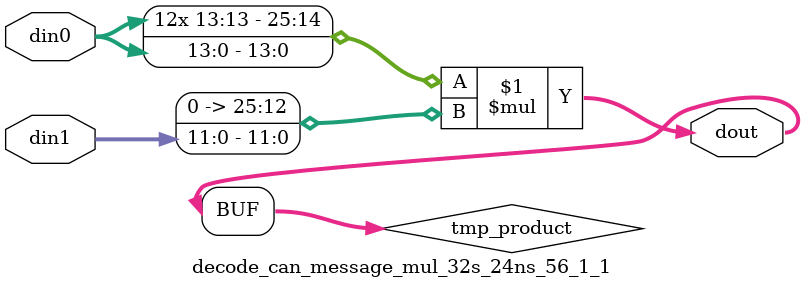
<source format=v>

`timescale 1 ns / 1 ps

 module decode_can_message_mul_32s_24ns_56_1_1(din0, din1, dout);
parameter ID = 1;
parameter NUM_STAGE = 0;
parameter din0_WIDTH = 14;
parameter din1_WIDTH = 12;
parameter dout_WIDTH = 26;

input [din0_WIDTH - 1 : 0] din0; 
input [din1_WIDTH - 1 : 0] din1; 
output [dout_WIDTH - 1 : 0] dout;

wire signed [dout_WIDTH - 1 : 0] tmp_product;


























assign tmp_product = $signed(din0) * $signed({1'b0, din1});









assign dout = tmp_product;





















endmodule

</source>
